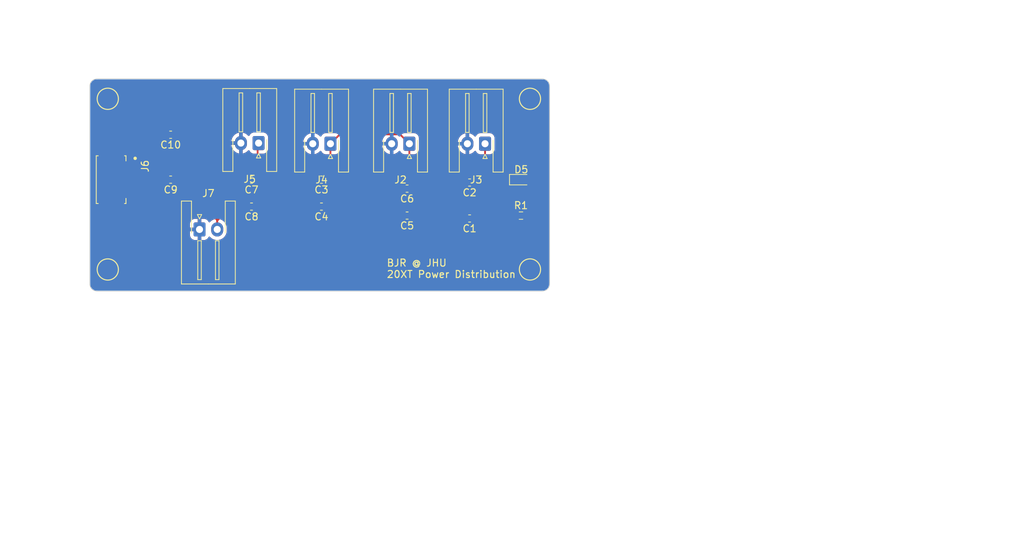
<source format=kicad_pcb>
(kicad_pcb (version 20221018) (generator pcbnew)
  (layers (0 "F.Cu" signal) (31 "B.Cu" signal) (34 "B.Paste" user) (35 "F.Paste" user) (36 "B.SilkS" user "B.Silkscreen") (37 "F.SilkS" user "F.Silkscreen") (38 "B.Mask" user) (39 "F.Mask" user) (44 "Edge.Cuts" user))
  (net 0 "")
  (net 1 "Net-(D5-A)")
  (net 2 "GND")
  (net 3 "Net-(J2-Pin_1)")
  (footprint "Capacitor_SMD:C_0603_1608Metric_Pad1.08x0.95mm_HandSolder" (layer "F.Cu") (at 78.74 92.71 180)
    (fp_text reference "C8" (at 0 -1.43) (layer "F.SilkS"))
    (fp_text value "100uF")
    (fp_line (start -0.146267 -0.51) (end 0.146267 -0.51) (stroke (width 0.12)) (layer "F.SilkS"))
    (fp_line (start -0.146267 0.51) (end 0.146267 0.51) (stroke (width 0.12)) (layer "F.SilkS"))
    (pad "1" smd roundrect (at -0.8625 0 180) (size 1.075 0.95) (layers "F.Cu" "F.Paste" "F.Mask") (net 3 "Net-(J2-Pin_1)"))
    (pad "2" smd roundrect (at 0.8625 0 180) (size 1.075 0.95) (layers "F.Cu" "F.Paste" "F.Mask") (net 2 "GND"))
  )
  (footprint "Connector:MOLEX_0532610471" (layer "F.Cu") (at 61.79 88.9 -90)
    (fp_text reference "J6" (at -1.908395 -1.908405 90) (layer "F.SilkS") (effects (font (size 1.001787 1.001787))))
    (fp_text value "Screw_Terminal_01x04")
    (fp_line (start -3.375 0.8) (end -3.375 1) (stroke (width 0.127)) (layer "F.SilkS"))
    (fp_line (start -3.375 5) (end -3.375 4.725) (stroke (width 0.127)) (layer "F.SilkS"))
    (fp_line (start -3.375 5) (end 3.375 5) (stroke (width 0.127)) (layer "F.SilkS"))
    (fp_line (start -2.65 0.8) (end -3.375 0.8) (stroke (width 0.127)) (layer "F.SilkS"))
    (fp_line (start 2.65 0.8) (end 3.375 0.8) (stroke (width 0.127)) (layer "F.SilkS"))
    (fp_line (start 3.375 0.8) (end 3.375 1) (stroke (width 0.127)) (layer "F.SilkS"))
    (fp_line (start 3.375 5) (end 3.375 4.725) (stroke (width 0.127)) (layer "F.SilkS"))
    (fp_circle (center -3.015 -0.5) (end -2.895 -0.5) (stroke (width 0.24)) (fill none) (layer "F.SilkS"))
    (pad "1" smd rect (at -1.875 0 270) (size 0.8 1.6) (layers "F.Cu" "F.Paste" "F.Mask") (net 3 "Net-(J2-Pin_1)"))
    (pad "2" smd rect (at -0.625 0 270) (size 0.8 1.6) (layers "F.Cu" "F.Paste" "F.Mask") (net 3 "Net-(J2-Pin_1)"))
    (pad "3" smd rect (at 0.625 0 270) (size 0.8 1.6) (layers "F.Cu" "F.Paste" "F.Mask") (net 2 "GND"))
    (pad "4" smd rect (at 1.875 0 270) (size 0.8 1.6) (layers "F.Cu" "F.Paste" "F.Mask") (net 2 "GND"))
    (pad "S1" smd rect (at -4.425 2.9 270) (size 2.1 3) (layers "F.Cu" "F.Paste" "F.Mask"))
    (pad "S2" smd rect (at 4.425 2.9 270) (size 2.1 3) (layers "F.Cu" "F.Paste" "F.Mask"))
  )
  (footprint "Connector_JST:JST_XH_S2B-XH-A-1_1x02_P2.50mm_Horizontal" (layer "F.Cu") (at 111.76 83.82 180)
    (fp_text reference "J3" (at 1.25 -5.1 180) (layer "F.SilkS"))
    (fp_text value "Screw_Terminal_01x02")
    (fp_line (start -2.56 -4.01) (end -1.14 -4.01) (stroke (width 0.12)) (layer "F.SilkS"))
    (fp_line (start -2.56 7.71) (end -2.56 -4.01) (stroke (width 0.12)) (layer "F.SilkS"))
    (fp_line (start -1.14 -4.01) (end -1.14 0.49) (stroke (width 0.12)) (layer "F.SilkS"))
    (fp_line (start -0.3 -2.1) (end 0.3 -2.1) (stroke (width 0.12)) (layer "F.SilkS"))
    (fp_line (start -0.25 1.6) (end -0.25 7.1) (stroke (width 0.12)) (layer "F.SilkS"))
    (fp_line (start -0.25 7.1) (end 0.25 7.1) (stroke (width 0.12)) (layer "F.SilkS"))
    (fp_line (start 0 -1.5) (end -0.3 -2.1) (stroke (width 0.12)) (layer "F.SilkS"))
    (fp_line (start 0.25 1.6) (end -0.25 1.6) (stroke (width 0.12)) (layer "F.SilkS"))
    (fp_line (start 0.25 7.1) (end 0.25 1.6) (stroke (width 0.12)) (layer "F.SilkS"))
    (fp_line (start 0.3 -2.1) (end 0 -1.5) (stroke (width 0.12)) (layer "F.SilkS"))
    (fp_line (start 1.25 7.71) (end -2.56 7.71) (stroke (width 0.12)) (layer "F.SilkS"))
    (fp_line (start 1.25 7.71) (end 5.06 7.71) (stroke (width 0.12)) (layer "F.SilkS"))
    (fp_line (start 2.25 1.6) (end 2.25 7.1) (stroke (width 0.12)) (layer "F.SilkS"))
    (fp_line (start 2.25 7.1) (end 2.75 7.1) (stroke (width 0.12)) (layer "F.SilkS"))
    (fp_line (start 2.75 1.6) (end 2.25 1.6) (stroke (width 0.12)) (layer "F.SilkS"))
    (fp_line (start 2.75 7.1) (end 2.75 1.6) (stroke (width 0.12)) (layer "F.SilkS"))
    (fp_line (start 3.64 -4.01) (end 3.64 0.49) (stroke (width 0.12)) (layer "F.SilkS"))
    (fp_line (start 5.06 -4.01) (end 3.64 -4.01) (stroke (width 0.12)) (layer "F.SilkS"))
    (fp_line (start 5.06 7.71) (end 5.06 -4.01) (stroke (width 0.12)) (layer "F.SilkS"))
    (pad "1" thru_hole roundrect (at 0 0 180) (size 1.7 2) (drill 1) (layers "*.Cu" "*.Mask") (roundrect_rratio 0.147059) (net 3 "Net-(J2-Pin_1)"))
    (pad "2" thru_hole oval (at 2.5 0 180) (size 1.7 2) (drill 1) (layers "*.Cu" "*.Mask") (net 2 "GND"))
  )
  (footprint "Capacitor_SMD:C_0603_1608Metric_Pad1.08x0.95mm_HandSolder" (layer "F.Cu") (at 109.5775 94.3875 180)
    (fp_text reference "C1" (at 0 -1.43) (layer "F.SilkS"))
    (fp_text value "10uF")
    (fp_line (start -0.146267 -0.51) (end 0.146267 -0.51) (stroke (width 0.12)) (layer "F.SilkS"))
    (fp_line (start -0.146267 0.51) (end 0.146267 0.51) (stroke (width 0.12)) (layer "F.SilkS"))
    (pad "1" smd roundrect (at -0.8625 0 180) (size 1.075 0.95) (layers "F.Cu" "F.Paste" "F.Mask") (net 3 "Net-(J2-Pin_1)"))
    (pad "2" smd roundrect (at 0.8625 0 180) (size 1.075 0.95) (layers "F.Cu" "F.Paste" "F.Mask") (net 2 "GND"))
  )
  (footprint "Capacitor_SMD:C_0603_1608Metric_Pad1.08x0.95mm_HandSolder" (layer "F.Cu") (at 67.31 88.9 180)
    (fp_text reference "C9" (at 0 -1.43) (layer "F.SilkS"))
    (fp_text value "10uF")
    (fp_line (start -0.146267 -0.51) (end 0.146267 -0.51) (stroke (width 0.12)) (layer "F.SilkS"))
    (fp_line (start -0.146267 0.51) (end 0.146267 0.51) (stroke (width 0.12)) (layer "F.SilkS"))
    (pad "1" smd roundrect (at -0.8625 0 180) (size 1.075 0.95) (layers "F.Cu" "F.Paste" "F.Mask") (net 3 "Net-(J2-Pin_1)"))
    (pad "2" smd roundrect (at 0.8625 0 180) (size 1.075 0.95) (layers "F.Cu" "F.Paste" "F.Mask") (net 2 "GND"))
  )
  (footprint "Capacitor_SMD:C_0603_1608Metric_Pad1.08x0.95mm_HandSolder" (layer "F.Cu") (at 88.63 88.9 180)
    (fp_text reference "C3" (at 0 -1.43) (layer "F.SilkS"))
    (fp_text value "10uF")
    (fp_line (start -0.146267 -0.51) (end 0.146267 -0.51) (stroke (width 0.12)) (layer "F.SilkS"))
    (fp_line (start -0.146267 0.51) (end 0.146267 0.51) (stroke (width 0.12)) (layer "F.SilkS"))
    (pad "1" smd roundrect (at -0.8625 0 180) (size 1.075 0.95) (layers "F.Cu" "F.Paste" "F.Mask") (net 3 "Net-(J2-Pin_1)"))
    (pad "2" smd roundrect (at 0.8625 0 180) (size 1.075 0.95) (layers "F.Cu" "F.Paste" "F.Mask") (net 2 "GND"))
  )
  (footprint "Connector_JST:JST_XH_S2B-XH-A-1_1x02_P2.50mm_Horizontal" (layer "F.Cu") (at 71.39 95.94)
    (fp_text reference "J7" (at 1.25 -5.1) (layer "F.SilkS"))
    (fp_text value "Screw_Terminal_01x02")
    (fp_line (start -2.56 -4.01) (end -1.14 -4.01) (stroke (width 0.12)) (layer "F.SilkS"))
    (fp_line (start -2.56 7.71) (end -2.56 -4.01) (stroke (width 0.12)) (layer "F.SilkS"))
    (fp_line (start -1.14 -4.01) (end -1.14 0.49) (stroke (width 0.12)) (layer "F.SilkS"))
    (fp_line (start -0.3 -2.1) (end 0.3 -2.1) (stroke (width 0.12)) (layer "F.SilkS"))
    (fp_line (start -0.25 1.6) (end -0.25 7.1) (stroke (width 0.12)) (layer "F.SilkS"))
    (fp_line (start -0.25 7.1) (end 0.25 7.1) (stroke (width 0.12)) (layer "F.SilkS"))
    (fp_line (start 0 -1.5) (end -0.3 -2.1) (stroke (width 0.12)) (layer "F.SilkS"))
    (fp_line (start 0.25 1.6) (end -0.25 1.6) (stroke (width 0.12)) (layer "F.SilkS"))
    (fp_line (start 0.25 7.1) (end 0.25 1.6) (stroke (width 0.12)) (layer "F.SilkS"))
    (fp_line (start 0.3 -2.1) (end 0 -1.5) (stroke (width 0.12)) (layer "F.SilkS"))
    (fp_line (start 1.25 7.71) (end -2.56 7.71) (stroke (width 0.12)) (layer "F.SilkS"))
    (fp_line (start 1.25 7.71) (end 5.06 7.71) (stroke (width 0.12)) (layer "F.SilkS"))
    (fp_line (start 2.25 1.6) (end 2.25 7.1) (stroke (width 0.12)) (layer "F.SilkS"))
    (fp_line (start 2.25 7.1) (end 2.75 7.1) (stroke (width 0.12)) (layer "F.SilkS"))
    (fp_line (start 2.75 1.6) (end 2.25 1.6) (stroke (width 0.12)) (layer "F.SilkS"))
    (fp_line (start 2.75 7.1) (end 2.75 1.6) (stroke (width 0.12)) (layer "F.SilkS"))
    (fp_line (start 3.64 -4.01) (end 3.64 0.49) (stroke (width 0.12)) (layer "F.SilkS"))
    (fp_line (start 5.06 -4.01) (end 3.64 -4.01) (stroke (width 0.12)) (layer "F.SilkS"))
    (fp_line (start 5.06 7.71) (end 5.06 -4.01) (stroke (width 0.12)) (layer "F.SilkS"))
    (pad "1" thru_hole roundrect (at 0 0) (size 1.7 2) (drill 1) (layers "*.Cu" "*.Mask") (roundrect_rratio 0.147059) (net 2 "GND"))
    (pad "2" thru_hole oval (at 2.5 0) (size 1.7 2) (drill 1) (layers "*.Cu" "*.Mask") (net 3 "Net-(J2-Pin_1)"))
  )
  (footprint "Connector_JST:JST_XH_S2B-XH-A-1_1x02_P2.50mm_Horizontal" (layer "F.Cu") (at 101.06 83.82 180)
    (fp_text reference "J2" (at 1.25 -5.1 180) (layer "F.SilkS"))
    (fp_text value "Screw_Terminal_01x02")
    (fp_line (start -2.56 -4.01) (end -1.14 -4.01) (stroke (width 0.12)) (layer "F.SilkS"))
    (fp_line (start -2.56 7.71) (end -2.56 -4.01) (stroke (width 0.12)) (layer "F.SilkS"))
    (fp_line (start -1.14 -4.01) (end -1.14 0.49) (stroke (width 0.12)) (layer "F.SilkS"))
    (fp_line (start -0.3 -2.1) (end 0.3 -2.1) (stroke (width 0.12)) (layer "F.SilkS"))
    (fp_line (start -0.25 1.6) (end -0.25 7.1) (stroke (width 0.12)) (layer "F.SilkS"))
    (fp_line (start -0.25 7.1) (end 0.25 7.1) (stroke (width 0.12)) (layer "F.SilkS"))
    (fp_line (start 0 -1.5) (end -0.3 -2.1) (stroke (width 0.12)) (layer "F.SilkS"))
    (fp_line (start 0.25 1.6) (end -0.25 1.6) (stroke (width 0.12)) (layer "F.SilkS"))
    (fp_line (start 0.25 7.1) (end 0.25 1.6) (stroke (width 0.12)) (layer "F.SilkS"))
    (fp_line (start 0.3 -2.1) (end 0 -1.5) (stroke (width 0.12)) (layer "F.SilkS"))
    (fp_line (start 1.25 7.71) (end -2.56 7.71) (stroke (width 0.12)) (layer "F.SilkS"))
    (fp_line (start 1.25 7.71) (end 5.06 7.71) (stroke (width 0.12)) (layer "F.SilkS"))
    (fp_line (start 2.25 1.6) (end 2.25 7.1) (stroke (width 0.12)) (layer "F.SilkS"))
    (fp_line (start 2.25 7.1) (end 2.75 7.1) (stroke (width 0.12)) (layer "F.SilkS"))
    (fp_line (start 2.75 1.6) (end 2.25 1.6) (stroke (width 0.12)) (layer "F.SilkS"))
    (fp_line (start 2.75 7.1) (end 2.75 1.6) (stroke (width 0.12)) (layer "F.SilkS"))
    (fp_line (start 3.64 -4.01) (end 3.64 0.49) (stroke (width 0.12)) (layer "F.SilkS"))
    (fp_line (start 5.06 -4.01) (end 3.64 -4.01) (stroke (width 0.12)) (layer "F.SilkS"))
    (fp_line (start 5.06 7.71) (end 5.06 -4.01) (stroke (width 0.12)) (layer "F.SilkS"))
    (pad "1" thru_hole roundrect (at 0 0 180) (size 1.7 2) (drill 1) (layers "*.Cu" "*.Mask") (roundrect_rratio 0.147059) (net 3 "Net-(J2-Pin_1)"))
    (pad "2" thru_hole oval (at 2.5 0 180) (size 1.7 2) (drill 1) (layers "*.Cu" "*.Mask") (net 2 "GND"))
  )
  (footprint "Capacitor_SMD:C_0603_1608Metric_Pad1.08x0.95mm_HandSolder" (layer "F.Cu") (at 100.7375 93.98 180)
    (fp_text reference "C5" (at 0 -1.43) (layer "F.SilkS"))
    (fp_text value "10uF")
    (fp_line (start -0.146267 -0.51) (end 0.146267 -0.51) (stroke (width 0.12)) (layer "F.SilkS"))
    (fp_line (start -0.146267 0.51) (end 0.146267 0.51) (stroke (width 0.12)) (layer "F.SilkS"))
    (pad "1" smd roundrect (at -0.8625 0 180) (size 1.075 0.95) (layers "F.Cu" "F.Paste" "F.Mask") (net 3 "Net-(J2-Pin_1)"))
    (pad "2" smd roundrect (at 0.8625 0 180) (size 1.075 0.95) (layers "F.Cu" "F.Paste" "F.Mask") (net 2 "GND"))
  )
  (footprint "Capacitor_SMD:C_0603_1608Metric_Pad1.08x0.95mm_HandSolder" (layer "F.Cu") (at 67.31 82.55 180)
    (fp_text reference "C10" (at 0 -1.43) (layer "F.SilkS"))
    (fp_text value "10uF")
    (fp_line (start -0.146267 -0.51) (end 0.146267 -0.51) (stroke (width 0.12)) (layer "F.SilkS"))
    (fp_line (start -0.146267 0.51) (end 0.146267 0.51) (stroke (width 0.12)) (layer "F.SilkS"))
    (pad "1" smd roundrect (at -0.8625 0 180) (size 1.075 0.95) (layers "F.Cu" "F.Paste" "F.Mask") (net 3 "Net-(J2-Pin_1)"))
    (pad "2" smd roundrect (at 0.8625 0 180) (size 1.075 0.95) (layers "F.Cu" "F.Paste" "F.Mask") (net 2 "GND"))
  )
  (footprint "LED_SMD:LED_0603_1608Metric_Pad1.05x0.95mm_HandSolder" (layer "F.Cu") (at 116.8775 88.9)
    (fp_text reference "D5" (at 0 -1.43) (layer "F.SilkS"))
    (fp_text value "LED")
    (fp_line (start -1.66 -0.735) (end -1.66 0.735) (stroke (width 0.12)) (layer "F.SilkS"))
    (fp_line (start -1.66 0.735) (end 0.8 0.735) (stroke (width 0.12)) (layer "F.SilkS"))
    (fp_line (start 0.8 -0.735) (end -1.66 -0.735) (stroke (width 0.12)) (layer "F.SilkS"))
    (pad "1" smd roundrect (at -0.875 0) (size 1.05 0.95) (layers "F.Cu" "F.Paste" "F.Mask") (net 2 "GND"))
    (pad "2" smd roundrect (at 0.875 0) (size 1.05 0.95) (layers "F.Cu" "F.Paste" "F.Mask") (net 1 "Net-(D5-A)"))
  )
  (footprint "Connector_JST:JST_XH_S2B-XH-A-1_1x02_P2.50mm_Horizontal" (layer "F.Cu") (at 89.9 83.82 180)
    (fp_text reference "J4" (at 1.25 -5.1 180) (layer "F.SilkS"))
    (fp_text value "Screw_Terminal_01x02")
    (fp_line (start -2.56 -4.01) (end -1.14 -4.01) (stroke (width 0.12)) (layer "F.SilkS"))
    (fp_line (start -2.56 7.71) (end -2.56 -4.01) (stroke (width 0.12)) (layer "F.SilkS"))
    (fp_line (start -1.14 -4.01) (end -1.14 0.49) (stroke (width 0.12)) (layer "F.SilkS"))
    (fp_line (start -0.3 -2.1) (end 0.3 -2.1) (stroke (width 0.12)) (layer "F.SilkS"))
    (fp_line (start -0.25 1.6) (end -0.25 7.1) (stroke (width 0.12)) (layer "F.SilkS"))
    (fp_line (start -0.25 7.1) (end 0.25 7.1) (stroke (width 0.12)) (layer "F.SilkS"))
    (fp_line (start 0 -1.5) (end -0.3 -2.1) (stroke (width 0.12)) (layer "F.SilkS"))
    (fp_line (start 0.25 1.6) (end -0.25 1.6) (stroke (width 0.12)) (layer "F.SilkS"))
    (fp_line (start 0.25 7.1) (end 0.25 1.6) (stroke (width 0.12)) (layer "F.SilkS"))
    (fp_line (start 0.3 -2.1) (end 0 -1.5) (stroke (width 0.12)) (layer "F.SilkS"))
    (fp_line (start 1.25 7.71) (end -2.56 7.71) (stroke (width 0.12)) (layer "F.SilkS"))
    (fp_line (start 1.25 7.71) (end 5.06 7.71) (stroke (width 0.12)) (layer "F.SilkS"))
    (fp_line (start 2.25 1.6) (end 2.25 7.1) (stroke (width 0.12)) (layer "F.SilkS"))
    (fp_line (start 2.25 7.1) (end 2.75 7.1) (stroke (width 0.12)) (layer "F.SilkS"))
    (fp_line (start 2.75 1.6) (end 2.25 1.6) (stroke (width 0.12)) (layer "F.SilkS"))
    (fp_line (start 2.75 7.1) (end 2.75 1.6) (stroke (width 0.12)) (layer "F.SilkS"))
    (fp_line (start 3.64 -4.01) (end 3.64 0.49) (stroke (width 0.12)) (layer "F.SilkS"))
    (fp_line (start 5.06 -4.01) (end 3.64 -4.01) (stroke (width 0.12)) (layer "F.SilkS"))
    (fp_line (start 5.06 7.71) (end 5.06 -4.01) (stroke (width 0.12)) (layer "F.SilkS"))
    (pad "1" thru_hole roundrect (at 0 0 180) (size 1.7 2) (drill 1) (layers "*.Cu" "*.Mask") (roundrect_rratio 0.147059) (net 3 "Net-(J2-Pin_1)"))
    (pad "2" thru_hole oval (at 2.5 0 180) (size 1.7 2) (drill 1) (layers "*.Cu" "*.Mask") (net 2 "GND"))
  )
  (footprint "Connector_JST:JST_XH_S2B-XH-A-1_1x02_P2.50mm_Horizontal" (layer "F.Cu") (at 79.74 83.73 180)
    (fp_text reference "J5" (at 1.25 -5.1 180) (layer "F.SilkS"))
    (fp_text value "Screw_Terminal_01x02")
    (fp_line (start -2.56 -4.01) (end -1.14 -4.01) (stroke (width 0.12)) (layer "F.SilkS"))
    (fp_line (start -2.56 7.71) (end -2.56 -4.01) (stroke (width 0.12)) (layer "F.SilkS"))
    (fp_line (start -1.14 -4.01) (end -1.14 0.49) (stroke (width 0.12)) (layer "F.SilkS"))
    (fp_line (start -0.3 -2.1) (end 0.3 -2.1) (stroke (width 0.12)) (layer "F.SilkS"))
    (fp_line (start -0.25 1.6) (end -0.25 7.1) (stroke (width 0.12)) (layer "F.SilkS"))
    (fp_line (start -0.25 7.1) (end 0.25 7.1) (stroke (width 0.12)) (layer "F.SilkS"))
    (fp_line (start 0 -1.5) (end -0.3 -2.1) (stroke (width 0.12)) (layer "F.SilkS"))
    (fp_line (start 0.25 1.6) (end -0.25 1.6) (stroke (width 0.12)) (layer "F.SilkS"))
    (fp_line (start 0.25 7.1) (end 0.25 1.6) (stroke (width 0.12)) (layer "F.SilkS"))
    (fp_line (start 0.3 -2.1) (end 0 -1.5) (stroke (width 0.12)) (layer "F.SilkS"))
    (fp_line (start 1.25 7.71) (end -2.56 7.71) (stroke (width 0.12)) (layer "F.SilkS"))
    (fp_line (start 1.25 7.71) (end 5.06 7.71) (stroke (width 0.12)) (layer "F.SilkS"))
    (fp_line (start 2.25 1.6) (end 2.25 7.1) (stroke (width 0.12)) (layer "F.SilkS"))
    (fp_line (start 2.25 7.1) (end 2.75 7.1) (stroke (width 0.12)) (layer "F.SilkS"))
    (fp_line (start 2.75 1.6) (end 2.25 1.6) (stroke (width 0.12)) (layer "F.SilkS"))
    (fp_line (start 2.75 7.1) (end 2.75 1.6) (stroke (width 0.12)) (layer "F.SilkS"))
    (fp_line (start 3.64 -4.01) (end 3.64 0.49) (stroke (width 0.12)) (layer "F.SilkS"))
    (fp_line (start 5.06 -4.01) (end 3.64 -4.01) (stroke (width 0.12)) (layer "F.SilkS"))
    (fp_line (start 5.06 7.71) (end 5.06 -4.01) (stroke (width 0.12)) (layer "F.SilkS"))
    (pad "1" thru_hole roundrect (at 0 0 180) (size 1.7 2) (drill 1) (layers "*.Cu" "*.Mask") (roundrect_rratio 0.147059) (net 3 "Net-(J2-Pin_1)"))
    (pad "2" thru_hole oval (at 2.5 0 180) (size 1.7 2) (drill 1) (layers "*.Cu" "*.Mask") (net 2 "GND"))
  )
  (footprint "Capacitor_SMD:C_0603_1608Metric_Pad1.08x0.95mm_HandSolder" (layer "F.Cu") (at 88.63 92.71 180)
    (fp_text reference "C4" (at 0 -1.43) (layer "F.SilkS"))
    (fp_text value "10 uF")
    (fp_line (start -0.146267 -0.51) (end 0.146267 -0.51) (stroke (width 0.12)) (layer "F.SilkS"))
    (fp_line (start -0.146267 0.51) (end 0.146267 0.51) (stroke (width 0.12)) (layer "F.SilkS"))
    (pad "1" smd roundrect (at -0.8625 0 180) (size 1.075 0.95) (layers "F.Cu" "F.Paste" "F.Mask") (net 3 "Net-(J2-Pin_1)"))
    (pad "2" smd roundrect (at 0.8625 0 180) (size 1.075 0.95) (layers "F.Cu" "F.Paste" "F.Mask") (net 2 "GND"))
  )
  (footprint "Capacitor_SMD:C_0603_1608Metric_Pad1.08x0.95mm_HandSolder" (layer "F.Cu") (at 109.5775 89.3075 180)
    (fp_text reference "C2" (at 0 -1.43) (layer "F.SilkS"))
    (fp_text value "10uF")
    (fp_line (start -0.146267 -0.51) (end 0.146267 -0.51) (stroke (width 0.12)) (layer "F.SilkS"))
    (fp_line (start -0.146267 0.51) (end 0.146267 0.51) (stroke (width 0.12)) (layer "F.SilkS"))
    (pad "1" smd roundrect (at -0.8625 0 180) (size 1.075 0.95) (layers "F.Cu" "F.Paste" "F.Mask") (net 3 "Net-(J2-Pin_1)"))
    (pad "2" smd roundrect (at 0.8625 0 180) (size 1.075 0.95) (layers "F.Cu" "F.Paste" "F.Mask") (net 2 "GND"))
  )
  (footprint "Capacitor_SMD:C_0603_1608Metric_Pad1.08x0.95mm_HandSolder" (layer "F.Cu") (at 100.7375 90.17 180)
    (fp_text reference "C6" (at 0 -1.43) (layer "F.SilkS"))
    (fp_text value "10uF")
    (fp_line (start -0.146267 -0.51) (end 0.146267 -0.51) (stroke (width 0.12)) (layer "F.SilkS"))
    (fp_line (start -0.146267 0.51) (end 0.146267 0.51) (stroke (width 0.12)) (layer "F.SilkS"))
    (pad "1" smd roundrect (at -0.8625 0 180) (size 1.075 0.95) (layers "F.Cu" "F.Paste" "F.Mask") (net 3 "Net-(J2-Pin_1)"))
    (pad "2" smd roundrect (at 0.8625 0 180) (size 1.075 0.95) (layers "F.Cu" "F.Paste" "F.Mask") (net 2 "GND"))
  )
  (footprint "Resistor_SMD:R_0603_1608Metric_Pad0.98x0.95mm_HandSolder" (layer "F.Cu") (at 116.84 93.98)
    (fp_text reference "R1" (at 0 -1.43) (layer "F.SilkS"))
    (fp_text value "200 Ohms")
    (fp_line (start -0.254724 -0.5225) (end 0.254724 -0.5225) (stroke (width 0.12)) (layer "F.SilkS"))
    (fp_line (start -0.254724 0.5225) (end 0.254724 0.5225) (stroke (width 0.12)) (layer "F.SilkS"))
    (pad "1" smd roundrect (at -0.9125 0) (size 0.975 0.95) (layers "F.Cu" "F.Paste" "F.Mask") (net 3 "Net-(J2-Pin_1)"))
    (pad "2" smd roundrect (at 0.9125 0) (size 0.975 0.95) (layers "F.Cu" "F.Paste" "F.Mask") (net 1 "Net-(D5-A)"))
  )
  (footprint "Capacitor_SMD:C_0603_1608Metric_Pad1.08x0.95mm_HandSolder" (layer "F.Cu") (at 78.74 88.9 180)
    (fp_text reference "C7" (at 0 -1.43) (layer "F.SilkS"))
    (fp_text value "10uF")
    (fp_line (start -0.146267 -0.51) (end 0.146267 -0.51) (stroke (width 0.12)) (layer "F.SilkS"))
    (fp_line (start -0.146267 0.51) (end 0.146267 0.51) (stroke (width 0.12)) (layer "F.SilkS"))
    (pad "1" smd roundrect (at -0.8625 0 180) (size 1.075 0.95) (layers "F.Cu" "F.Paste" "F.Mask") (net 3 "Net-(J2-Pin_1)"))
    (pad "2" smd roundrect (at 0.8625 0 180) (size 1.075 0.95) (layers "F.Cu" "F.Paste" "F.Mask") (net 2 "GND"))
  )
  (gr_circle (center 118.11 77.47) (end 119.61 77.47) (stroke (width 0.15)) (fill none) (layer "F.SilkS"))
  (gr_circle (center 58.42 101.6) (end 59.92 101.6) (stroke (width 0.15)) (fill none) (layer "F.SilkS"))
  (gr_circle (center 118.11 101.6) (end 119.61 101.6) (stroke (width 0.15)) (fill none) (layer "F.SilkS"))
  (gr_circle (center 58.42 77.47) (end 59.92 77.47) (stroke (width 0.15)) (fill none) (layer "F.SilkS"))
  (gr_line (start 56.88 104.65) (end 119.88 104.65) (stroke (width 0.1)) (layer "Edge.Cuts"))
  (gr_arc (start 55.88 75.66) (mid 56.172893 74.952893) (end 56.88 74.66) (stroke (width 0.1)) (layer "Edge.Cuts"))
  (gr_line (start 120.88 75.66) (end 120.88 103.65) (stroke (width 0.1)) (layer "Edge.Cuts"))
  (gr_arc (start 56.88 104.65) (mid 56.172893 104.357107) (end 55.88 103.65) (stroke (width 0.1)) (layer "Edge.Cuts"))
  (gr_arc (start 120.88 103.65) (mid 120.587107 104.357107) (end 119.88 104.65) (stroke (width 0.1)) (layer "Edge.Cuts"))
  (gr_line (start 56.88 74.66) (end 119.88 74.66) (stroke (width 0.1)) (layer "Edge.Cuts"))
  (gr_line (start 55.88 75.66) (end 55.88 103.65) (stroke (width 0.1)) (layer "Edge.Cuts"))
  (gr_arc (start 119.88 74.66) (mid 120.587107 74.952893) (end 120.88 75.66) (stroke (width 0.1)) (layer "Edge.Cuts"))
  (gr_text "BJR @ JHU\n20XT Power Distribution" (at 97.79 102.87) (layer "F.SilkS") (effects (font (size 1 1)) (justify left bottom)))
  (segment (start 117.7525 93.98) (end 117.7525 88.9) (width 0.25) (layer "F.Cu") (net 1))
  (segment (start 68.1725 82.55) (end 68.1725 88.9) (width 0.25) (layer "F.Cu") (net 3))
  (segment (start 110.44 94.3875) (end 115.52 94.3875) (width 0.25) (layer "F.Cu") (net 3))
  (segment (start 89.4925 92.71) (end 89.4925 88.9) (width 0.25) (layer "F.Cu") (net 3))
  (segment (start 67.3725 88.1) (end 68.1725 88.9) (width 0.25) (layer "F.Cu") (net 3))
  (segment (start 88.6925 91.91) (end 89.4925 92.71) (width 0.25) (layer "F.Cu") (net 3))
  (segment (start 101.6 93.98) (end 101.9925 93.5875) (width 0.25) (layer "F.Cu") (net 3))
  (segment (start 109.64 93.5875) (end 110.44 94.3875) (width 0.25) (layer "F.Cu") (net 3))
  (segment (start 115.52 94.3875) (end 115.9275 93.98) (width 0.25) (layer "F.Cu") (net 3))
  (segment (start 79.6025 88.9) (end 79.6025 83.8675) (width 0.25) (layer "F.Cu") (net 3))
  (segment (start 61.79 88.275) (end 61.965 88.1) (width 0.25) (layer "F.Cu") (net 3))
  (segment (start 68.1725 88.9) (end 73.89 94.6175) (width 0.25) (layer "F.Cu") (net 3))
  (segment (start 110.44 89.3075) (end 111.76 87.9875) (width 0.25) (layer "F.Cu") (net 3))
  (segment (start 73.89 94.6175) (end 73.89 95.94) (width 0.25) (layer "F.Cu") (net 3))
  (segment (start 101.9925 93.5875) (end 109.64 93.5875) (width 0.25) (layer "F.Cu") (net 3))
  (segment (start 101.06 83.82) (end 101.06 89.63) (width 0.25) (layer "F.Cu") (net 3))
  (segment (start 73.89 94.69) (end 76.67 91.91) (width 0.25) (layer "F.Cu") (net 3))
  (segment (start 79.6025 83.8675) (end 79.74 83.73) (width 0.25) (layer "F.Cu") (net 3))
  (segment (start 101.06 89.63) (end 101.6 90.17) (width 0.25) (layer "F.Cu") (net 3))
  (segment (start 61.965 88.1) (end 67.3725 88.1) (width 0.25) (layer "F.Cu") (net 3))
  (segment (start 79.6025 92.71) (end 79.6025 88.9) (width 0.25) (layer "F.Cu") (net 3))
  (segment (start 80.4025 91.91) (end 88.6925 91.91) (width 0.25) (layer "F.Cu") (net 3))
  (segment (start 78.8025 91.91) (end 79.6025 92.71) (width 0.25) (layer "F.Cu") (net 3))
  (segment (start 89.9 83.82) (end 91.225 82.495) (width 0.25) (layer "F.Cu") (net 3))
  (segment (start 110.44 94.3875) (end 110.44 89.3075) (width 0.25) (layer "F.Cu") (net 3))
  (segment (start 91.225 82.495) (end 99.735 82.495) (width 0.25) (layer "F.Cu") (net 3))
  (segment (start 89.9 83.82) (end 89.9 88.4925) (width 0.25) (layer "F.Cu") (net 3))
  (segment (start 76.67 91.91) (end 78.8025 91.91) (width 0.25) (layer "F.Cu") (net 3))
  (segment (start 99.735 82.495) (end 101.06 83.82) (width 0.25) (layer "F.Cu") (net 3))
  (segment (start 89.9 88.4925) (end 89.4925 88.9) (width 0.25) (layer "F.Cu") (net 3))
  (segment (start 101.6 93.98) (end 101.6 90.17) (width 0.25) (layer "F.Cu") (net 3))
  (segment (start 73.89 95.94) (end 73.89 94.69) (width 0.25) (layer "F.Cu") (net 3))
  (segment (start 111.76 87.9875) (end 111.76 83.82) (width 0.25) (layer "F.Cu") (net 3))
  (segment (start 79.6025 92.71) (end 80.4025 91.91) (width 0.25) (layer "F.Cu") (net 3))
  (zone (net 2) (net_name "GND") (layers "F&B.Cu") (connect_pads (clearance 0.5)) (min_thickness 0.25) (fill yes (thermal_gap 0.5) (thermal_bridge_width 0.5))
    (polygon (pts (xy 53.34 68.58) (xy 187.96 63.5) (xy 187.96 142.24) (xy 43.18 119.38)))
  )
)
</source>
